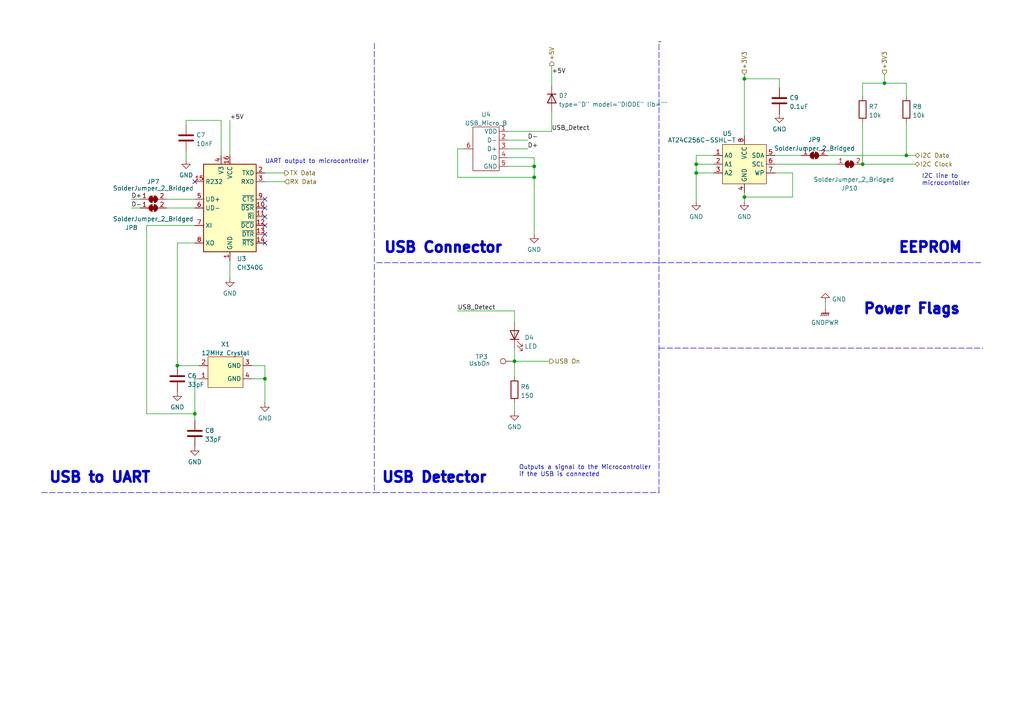
<source format=kicad_sch>
(kicad_sch (version 20211123) (generator eeschema)
  (paper "A4")
  (title_block (title "Microcontroller Interfacing") (date "2022-03-09") (rev "v1.0") (company "University of Cape Town") (comment 1 "Chips used here are EEPROM and FTDI chip (convert between USB connector and UART)") (comment 2 "External Pins connect to STM325f0 Discovery Board") (comment 3 "I2C is being used to connect EEPROM to microcontroller") (comment 4 "Authors: Heather Wimberley"))
  (lib_symbols
    (symbol "Connector:TestPoint" (pin_numbers hide) (pin_names (offset 0.762) hide)
      (property "Reference" "TP" (at 0 6.858 0))
      (property "Value" "TestPoint" (at 0 5.08 0))
      (symbol "TestPoint_0_1"
        (circle (center 0 3.302) (radius 0.762))
      )
      (symbol "TestPoint_1_1"
        (pin passive line (at 0 0 90) (length 2.54) (name "1") (number "1"))
      )
    )
    (symbol "Device:C" (pin_numbers hide) (pin_names (offset 0.254))
      (property "Reference" "C" (at 0.635 2.54 0))
      (property "Value" "C" (at 0.635 -2.54 0))
      (symbol "C_0_1"
        (polyline (pts (xy -2.032 -0.762) (xy 2.032 -0.762)) (stroke (width 0.508)))
        (polyline (pts (xy -2.032 0.762) (xy 2.032 0.762)) (stroke (width 0.508)))
      )
      (symbol "C_1_1"
        (pin passive line (at 0 3.81 270) (length 2.794) (name "~") (number "1"))
        (pin passive line (at 0 -3.81 90) (length 2.794) (name "~") (number "2"))
      )
    )
    (symbol "Device:LED" (pin_numbers hide) (pin_names (offset 1.016) hide)
      (property "Reference" "D" (at 0 2.54 0))
      (property "Value" "LED" (at 0 -2.54 0))
      (symbol "LED_0_1"
        (polyline (pts (xy -1.27 -1.27) (xy -1.27 1.27)) (stroke (width 0.254)))
        (polyline (pts (xy -1.27 0) (xy 1.27 0)))
        (polyline (pts (xy 1.27 -1.27) (xy 1.27 1.27) (xy -1.27 0) (xy 1.27 -1.27)) (stroke (width 0.254)))
        (polyline (pts (xy -3.048 -0.762) (xy -4.572 -2.286) (xy -3.81 -2.286) (xy -4.572 -2.286) (xy -4.572 -1.524)))
        (polyline (pts (xy -1.778 -0.762) (xy -3.302 -2.286) (xy -2.54 -2.286) (xy -3.302 -2.286) (xy -3.302 -1.524)))
      )
      (symbol "LED_1_1"
        (pin passive line (at -3.81 0 0) (length 2.54) (name "K") (number "1"))
        (pin passive line (at 3.81 0 180) (length 2.54) (name "A") (number "2"))
      )
    )
    (symbol "Device:R" (pin_numbers hide) (pin_names (offset 0))
      (property "Reference" "R" (at 2.032 0 90))
      (property "Value" "R" (at 0 0 90))
      (symbol "R_0_1"
        (rectangle (start -1.016 -2.54) (end 1.016 2.54) (stroke (width 0.254)))
      )
      (symbol "R_1_1"
        (pin passive line (at 0 3.81 270) (length 1.27) (name "~") (number "1"))
        (pin passive line (at 0 -3.81 90) (length 1.27) (name "~") (number "2"))
      )
    )
    (symbol "Interface_USB:CH340G"
      (property "Reference" "U" (at -5.08 13.97 0))
      (property "Value" "CH340G" (at 1.27 13.97 0))
      (symbol "CH340G_0_1"
        (rectangle (start -7.62 12.7) (end 7.62 -12.7) (stroke (width 0.254)) (fill (type background)))
      )
      (symbol "CH340G_1_1"
        (pin power_in line (at 0 -15.24 90) (length 2.54) (name "GND") (number "1"))
        (pin input line (at 10.16 0 180) (length 2.54) (name "~{DSR}") (number "10"))
        (pin input line (at 10.16 -2.54 180) (length 2.54) (name "~{RI}") (number "11"))
        (pin input line (at 10.16 -5.08 180) (length 2.54) (name "~{DCD}") (number "12"))
        (pin output line (at 10.16 -7.62 180) (length 2.54) (name "~{DTR}") (number "13"))
        (pin output line (at 10.16 -10.16 180) (length 2.54) (name "~{RTS}") (number "14"))
        (pin input line (at -10.16 7.62 0) (length 2.54) (name "R232") (number "15"))
        (pin power_in line (at 0 15.24 270) (length 2.54) (name "VCC") (number "16"))
        (pin output line (at 10.16 10.16 180) (length 2.54) (name "TXD") (number "2"))
        (pin input line (at 10.16 7.62 180) (length 2.54) (name "RXD") (number "3"))
        (pin passive line (at -2.54 15.24 270) (length 2.54) (name "V3") (number "4"))
        (pin bidirectional line (at -10.16 2.54 0) (length 2.54) (name "UD+") (number "5"))
        (pin bidirectional line (at -10.16 0 0) (length 2.54) (name "UD-") (number "6"))
        (pin input line (at -10.16 -5.08 0) (length 2.54) (name "XI") (number "7"))
        (pin output line (at -10.16 -10.16 0) (length 2.54) (name "XO") (number "8"))
        (pin input line (at 10.16 2.54 180) (length 2.54) (name "~{CTS}") (number "9"))
      )
    )
    (symbol "Jumper:SolderJumper_2_Bridged" (pin_names (offset 0) hide)
      (property "Reference" "JP" (at 0 2.032 0))
      (property "Value" "SolderJumper_2_Bridged" (at 0 -2.54 0))
      (symbol "SolderJumper_2_Bridged_0_1"
        (rectangle (start -0.508 0.508) (end 0.508 -0.508) (fill (type outline)))
        (arc (start -0.254 1.016) (mid -1.27 0) (end -0.254 -1.016))
        (arc (start -0.254 1.016) (mid -1.27 0) (end -0.254 -1.016) (fill (type outline)))
        (polyline (pts (xy -0.254 1.016) (xy -0.254 -1.016)))
        (polyline (pts (xy 0.254 1.016) (xy 0.254 -1.016)))
        (arc (start 0.254 -1.016) (mid 1.27 0) (end 0.254 1.016))
        (arc (start 0.254 -1.016) (mid 1.27 0) (end 0.254 1.016) (fill (type outline)))
      )
      (symbol "SolderJumper_2_Bridged_1_1"
        (pin passive line (at -3.81 0 0) (length 2.54) (name "A") (number "1"))
        (pin passive line (at 3.81 0 180) (length 2.54) (name "B") (number "2"))
      )
    )
    (symbol "Simulation_SPICE:DIODE" (pin_numbers hide) (pin_names (offset 1.016) hide)
      (property "Reference" "D" (at 0 2.54 0))
      (property "Value" "DIODE" (at 0 -2.54 0))
      (symbol "DIODE_0_1"
        (polyline (pts (xy 1.27 0) (xy -1.27 0)))
        (polyline (pts (xy 1.27 1.27) (xy 1.27 -1.27)) (stroke (width 0.254)))
        (polyline (pts (xy -1.27 -1.27) (xy -1.27 1.27) (xy 1.27 0) (xy -1.27 -1.27)) (stroke (width 0.254)))
      )
      (symbol "DIODE_1_1"
        (pin passive line (at -3.81 0 0) (length 2.54) (name "A") (number "1"))
        (pin passive line (at 3.81 0 180) (length 2.54) (name "K") (number "2"))
      )
    )
    (symbol "Symbol_EEE3088F:12MHz_SMD_Crystal"
      (property "Reference" "X" (at 0 6.35 0))
      (property "Value" "12MHz_SMD_Crystal" (at 0 -8.89 0))
      (symbol "12MHz_SMD_Crystal_0_1"
        (rectangle (start -5.08 3.81) (end 5.08 -5.08) (stroke (width 0.1524)) (fill (type background)))
      )
      (symbol "12MHz_SMD_Crystal_1_1"
        (pin input line (at -7.62 -2.54 0) (length 2.54) (name "") (number "1"))
        (pin input line (at -7.62 1.27 0) (length 2.54) (name "") (number "2"))
        (pin input line (at 7.62 1.27 180) (length 2.54) (name "GND") (number "3"))
        (pin input line (at 7.62 -2.54 180) (length 2.54) (name "GND") (number "4"))
      )
    )
    (symbol "Symbol_EEE3088F:AT24C256C-SSHL-T"
      (property "Reference" "U" (at -5.08 -7.62 0))
      (property "Value" "AT24C256C-SSHL-T" (at 12.065 6.985 0))
      (symbol "AT24C256C-SSHL-T_0_1"
        (rectangle (start -6.35 5.715) (end 6.35 -5.715) (stroke (width 0.1524)) (fill (type background)))
      )
      (symbol "AT24C256C-SSHL-T_1_1"
        (pin input line (at -8.89 2.54 0) (length 2.54) (name "A0") (number "1"))
        (pin input line (at -8.89 0 0) (length 2.54) (name "A1") (number "2"))
        (pin input line (at -8.89 -2.54 0) (length 2.54) (name "A2") (number "3"))
        (pin input line (at 0 -8.255 90) (length 2.54) (name "GND") (number "4"))
        (pin input line (at 8.89 2.54 180) (length 2.54) (name "SDA") (number "5"))
        (pin input line (at 8.89 0 180) (length 2.54) (name "SCL") (number "6"))
        (pin input line (at 8.89 -2.54 180) (length 2.54) (name "WP") (number "7"))
        (pin input line (at 0 8.255 270) (length 2.54) (name "VCC") (number "8"))
      )
    )
    (symbol "Symbol_EEE3088F:USB_Micro_B_Female_Connector"
      (property "Reference" "U4" (at 1.27 9.999 0))
      (property "Value" "USB_Micro_B" (at 1.27 7.4621 0))
      (symbol "USB_Micro_B_Female_Connector_0_1"
        (rectangle (start 5.08 6.35) (end -2.54 -6.35) (stroke (width 0.1524)))
      )
      (symbol "USB_Micro_B_Female_Connector_1_1"
        (pin power_out line (at 7.62 5.08 180) (length 2.54) (name "VDD") (number "1"))
        (pin input line (at 7.62 2.54 180) (length 2.54) (name "D-") (number "2"))
        (pin input line (at 7.62 0 180) (length 2.54) (name "D+") (number "3"))
        (pin passive line (at 7.62 -2.54 180) (length 2.54) (name "ID") (number "4"))
        (pin power_out line (at 7.62 -5.08 180) (length 2.54) (name "GND") (number "5"))
        (pin passive line (at -5.08 0 0) (length 2.54) (name "") (number "6"))
      )
    )
    (symbol "power:GND" (power) (pin_names (offset 0))
      (property "Value" "GND" (at 0 -3.81 0))
      (symbol "GND_0_1"
        (polyline (pts (xy 0 0) (xy 0 -1.27) (xy 1.27 -1.27) (xy 0 -2.54) (xy -1.27 -1.27) (xy 0 -1.27)))
      )
      (symbol "GND_1_1"
        (pin power_in line (at 0 0 270) (length 0) hide (name "GND") (number "1"))
      )
    )
    (symbol "power:GNDPWR" (power) (pin_names (offset 0))
      (property "Value" "GNDPWR" (at 0 -3.302 0))
      (symbol "GNDPWR_0_1"
        (polyline (pts (xy 0 -1.27) (xy 0 0)))
        (polyline (pts (xy -1.016 -1.27) (xy -1.27 -2.032) (xy -1.27 -2.032)) (stroke (width 0.2032)))
        (polyline (pts (xy -0.508 -1.27) (xy -0.762 -2.032) (xy -0.762 -2.032)) (stroke (width 0.2032)))
        (polyline (pts (xy 0 -1.27) (xy -0.254 -2.032) (xy -0.254 -2.032)) (stroke (width 0.2032)))
        (polyline (pts (xy 0.508 -1.27) (xy 0.254 -2.032) (xy 0.254 -2.032)) (stroke (width 0.2032)))
        (polyline (pts (xy 1.016 -1.27) (xy -1.016 -1.27) (xy -1.016 -1.27)) (stroke (width 0.2032)))
        (polyline (pts (xy 1.016 -1.27) (xy 0.762 -2.032) (xy 0.762 -2.032) (xy 0.762 -2.032)) (stroke (width 0.2032)))
      )
      (symbol "GNDPWR_1_1"
        (pin power_in line (at 0 0 270) (length 0) hide (name "GNDPWR") (number "1"))
      )
    )
  )
  (junction (at 149.225 104.775))
  (junction (at 201.93 47.625))
  (junction (at 51.435 106.045))
  (junction (at 215.9 22.86))
  (junction (at 76.835 109.855))
  (junction (at 256.54 24.13))
  (junction (at 201.93 50.165))
  (junction (at 56.515 120.015))
  (junction (at 154.94 48.26))
  (junction (at 262.89 45.085))
  (junction (at 154.94 51.435))
  (junction (at 215.9 57.15))
  (junction (at 250.19 47.625))
  (no_connect (at 76.835 57.785))
  (no_connect (at 76.835 70.485))
  (no_connect (at 76.835 67.945))
  (no_connect (at 76.835 65.405))
  (no_connect (at 76.835 62.865))
  (no_connect (at 76.835 60.325))
  (no_connect (at 56.515 52.705))
  (wire (pts (xy 51.435 106.045) (xy 57.785 106.045)))
  (wire (pts (xy 132.715 43.18) (xy 132.715 51.435)))
  (wire (pts (xy 134.62 43.18) (xy 132.715 43.18)))
  (wire (pts (xy 76.835 109.855) (xy 76.835 116.84)))
  (wire (pts (xy 57.785 109.855) (xy 56.515 109.855)))
  (polyline (pts (xy 191.135 76.2) (xy 191.135 12.065)))
  (wire (pts (xy 160.02 19.05) (xy 160.02 24.765)))
  (wire (pts (xy 76.835 50.165) (xy 82.55 50.165)))
  (wire (pts (xy 38.1 60.325) (xy 40.64 60.325)))
  (wire (pts (xy 53.975 34.925) (xy 64.135 34.925)))
  (wire (pts (xy 66.675 75.565) (xy 66.675 80.645)))
  (wire (pts (xy 201.93 45.085) (xy 201.93 47.625)))
  (polyline (pts (xy 191.135 142.875) (xy 191.135 76.2)))
  (wire (pts (xy 48.26 57.785) (xy 56.515 57.785)))
  (polyline (pts (xy 191.135 12.065) (xy 191.77 12.065)))
  (polyline (pts (xy 12.065 142.875) (xy 108.585 142.875)))
  (polyline (pts (xy 108.585 142.24) (xy 108.585 12.065)))
  (wire (pts (xy 224.79 45.085) (xy 232.41 45.085)))
  (wire (pts (xy 250.19 24.13) (xy 250.19 27.94)))
  (wire (pts (xy 201.93 45.085) (xy 207.01 45.085)))
  (wire (pts (xy 147.32 38.1) (xy 160.02 38.1)))
  (wire (pts (xy 42.545 65.405) (xy 42.545 120.015)))
  (wire (pts (xy 149.225 116.84) (xy 149.225 119.38)))
  (wire (pts (xy 256.54 24.13) (xy 262.89 24.13)))
  (wire (pts (xy 201.93 47.625) (xy 201.93 50.165)))
  (wire (pts (xy 256.54 21.59) (xy 256.54 24.13)))
  (wire (pts (xy 76.835 52.705) (xy 82.55 52.705)))
  (wire (pts (xy 224.79 47.625) (xy 242.57 47.625)))
  (wire (pts (xy 132.715 51.435) (xy 154.94 51.435)))
  (wire (pts (xy 226.06 22.86) (xy 226.06 25.4)))
  (wire (pts (xy 56.515 120.015) (xy 42.545 120.015)))
  (wire (pts (xy 201.93 50.165) (xy 201.93 58.42)))
  (wire (pts (xy 51.435 70.485) (xy 51.435 106.045)))
  (wire (pts (xy 262.89 27.94) (xy 262.89 24.13)))
  (wire (pts (xy 201.93 50.165) (xy 207.01 50.165)))
  (wire (pts (xy 147.32 43.18) (xy 153.035 43.18)))
  (wire (pts (xy 215.9 22.86) (xy 226.06 22.86)))
  (wire (pts (xy 38.1 57.785) (xy 40.64 57.785)))
  (wire (pts (xy 53.975 34.925) (xy 53.975 36.195)))
  (wire (pts (xy 51.435 70.485) (xy 56.515 70.485)))
  (wire (pts (xy 66.675 45.085) (xy 66.675 34.925)))
  (wire (pts (xy 215.9 21.59) (xy 215.9 22.86)))
  (wire (pts (xy 76.835 106.045) (xy 76.835 109.855)))
  (wire (pts (xy 73.025 106.045) (xy 76.835 106.045)))
  (wire (pts (xy 154.94 48.26) (xy 154.94 51.435)))
  (wire (pts (xy 262.89 35.56) (xy 262.89 45.085)))
  (wire (pts (xy 149.225 104.775) (xy 159.385 104.775)))
  (wire (pts (xy 147.32 40.64) (xy 153.035 40.64)))
  (polyline (pts (xy 109.22 76.2) (xy 284.48 76.2)))
  (wire (pts (xy 56.515 109.855) (xy 56.515 120.015)))
  (wire (pts (xy 147.32 45.72) (xy 154.94 45.72)))
  (polyline (pts (xy 191.135 100.965) (xy 285.115 100.965)))
  (wire (pts (xy 215.9 55.88) (xy 215.9 57.15)))
  (wire (pts (xy 48.26 60.325) (xy 56.515 60.325)))
  (wire (pts (xy 262.89 45.085) (xy 265.43 45.085)))
  (wire (pts (xy 132.715 90.17) (xy 149.225 90.17)))
  (wire (pts (xy 147.32 48.26) (xy 154.94 48.26)))
  (wire (pts (xy 256.54 24.13) (xy 250.19 24.13)))
  (polyline (pts (xy 108.585 142.875) (xy 191.135 142.875)))
  (wire (pts (xy 149.225 104.775) (xy 149.225 109.22)))
  (wire (pts (xy 149.225 100.965) (xy 149.225 104.775)))
  (wire (pts (xy 64.135 34.925) (xy 64.135 45.085)))
  (wire (pts (xy 240.03 45.085) (xy 262.89 45.085)))
  (wire (pts (xy 229.87 57.15) (xy 215.9 57.15)))
  (wire (pts (xy 149.225 90.17) (xy 149.225 93.345)))
  (wire (pts (xy 76.835 109.855) (xy 73.025 109.855)))
  (wire (pts (xy 215.9 57.15) (xy 215.9 58.42)))
  (wire (pts (xy 42.545 65.405) (xy 56.515 65.405)))
  (wire (pts (xy 154.94 45.72) (xy 154.94 48.26)))
  (wire (pts (xy 250.19 35.56) (xy 250.19 47.625)))
  (wire (pts (xy 215.9 22.86) (xy 215.9 39.37)))
  (wire (pts (xy 224.79 50.165) (xy 229.87 50.165)))
  (wire (pts (xy 229.87 50.165) (xy 229.87 57.15)))
  (wire (pts (xy 154.94 51.435) (xy 154.94 67.945)))
  (wire (pts (xy 53.975 43.815) (xy 53.975 46.355)))
  (wire (pts (xy 160.02 32.385) (xy 160.02 38.1)))
  (wire (pts (xy 239.395 87.63) (xy 239.395 89.535)))
  (wire (pts (xy 201.93 47.625) (xy 207.01 47.625)))
  (wire (pts (xy 56.515 120.015) (xy 56.515 121.92)))
  (wire (pts (xy 250.19 47.625) (xy 265.43 47.625)))
  (text "USB Detector\n" (at 110.49 140.335 0) (effects (font (size 3 3) (thickness 0.8) bold) (justify left bottom)))
  (text "EEPROM" (at 260.35 73.66 0) (effects (font (size 3 3) (thickness 0.8) bold) (justify left bottom)))
  (text "USB to UART" (at 13.97 140.335 0) (effects (font (size 3 3) (thickness 0.8) bold) (justify left bottom)))
  (text "UART output to microcontroller" (at 76.835 47.625 0) (effects (font (size 1.27 1.27)) (justify left bottom)))
  (text "Power Flags" (at 250.19 91.44 0) (effects (font (size 3 3) (thickness 0.8) bold) (justify left bottom)))
  (text "I2C line to \nmicrocontoller" (at 267.335 53.975 0) (effects (font (size 1.27 1.27)) (justify left bottom)))
  (text "USB Connector\n" (at 111.125 73.66 0) (effects (font (size 3 3) (thickness 0.8) bold) (justify left bottom)))
  (text "Outputs a signal to the Microcontroller \nif the USB is connected" (at 150.495 138.43 0) (effects (font (size 1.27 1.27)) (justify left bottom)))
  (label "+5V" (at 66.675 34.925 0))
  (label "USB_Detect" (at 132.715 90.17 0))
  (label "D-" (at 153.035 40.64 0))
  (label "D-" (at 38.1 60.325 0))
  (label "D+" (at 153.035 43.18 0))
  (label "+5V" (at 160.02 21.59 0))
  (label "D+" (at 38.1 57.785 0))
  (label "USB_Detect" (at 160.02 38.1 0))
  (hierarchical_label "I2C Clock" (shape bidirectional) (at 265.43 47.625 0))
  (hierarchical_label "I2C Data" (shape bidirectional) (at 265.43 45.085 0))
  (hierarchical_label "USB On" (shape output) (at 159.385 104.775 0))
  (hierarchical_label "+5V" (shape output) (at 160.02 19.05 90))
  (hierarchical_label "RX Data" (shape input) (at 82.55 52.705 0))
  (hierarchical_label "+3V3" (shape input) (at 215.9 21.59 90))
  (hierarchical_label "+3V3" (shape input) (at 256.54 21.59 90))
  (hierarchical_label "TX Data" (shape output) (at 82.55 50.165 0))
  (symbol (lib_id "power:GND") (at 215.9 58.42 0) (unit 1)
    (property "Reference" "#PWR030" (effects hide))
    (property "Value" "GND" (at 215.9 62.8634 0))
  )
  (symbol (lib_id "power:GND") (at 56.515 129.54 0) (unit 1)
    (property "Reference" "#PWR023" (effects hide))
    (property "Value" "GND" (at 56.515 133.9834 0))
  )
  (symbol (lib_id "Device:C") (at 51.435 109.855 0) (unit 1)
    (property "Reference" "C6" (at 54.356 109.0203 0) (effects (justify left)))
    (property "Value" "33pF" (at 54.356 111.5572 0) (effects (justify left)))
    (property "Footprint" "Capacitor_SMD:C_0402_1005Metric" (effects hide))
    (property "JLC Part #" "C1562" (effects hide))
    (property "Price" "0.0012" (effects hide))
    (property "Extended/Basic" "B" (effects hide))
  )
  (symbol (lib_id "Jumper:SolderJumper_2_Bridged") (at 44.45 60.325 0) (unit 1)
    (property "Reference" "JP8" (at 38.1 66.04 0))
    (property "Value" "SolderJumper_2_Bridged" (at 44.45 63.5 0))
    (property "Footprint" "Jumper:SolderJumper-2_P1.3mm_Bridged2Bar_Pad1.0x1.5mm" (effects hide))
  )
  (symbol (lib_id "Symbol_EEE3088F:USB_Micro_B_Female_Connector") (at 139.7 43.18 0) (unit 1)
    (property "Reference" "U4" (at 140.97 33.181 0))
    (property "Value" "USB_Micro_B" (at 140.97 35.7179 0))
    (property "Footprint" "Footprint_EEE3088F:C404969_Micro_USB" (effects hide))
    (property "Populate" "P" (effects hide))
    (property "JLC Part #" "C404969" (effects hide))
    (property "Price" "0.0491" (effects hide))
    (property "Extended/Basic" "E" (effects hide))
  )
  (symbol (lib_id "Connector:TestPoint") (at 149.225 104.775 90) (unit 1)
    (property "Reference" "TP3" (at 139.7 103.505 90))
    (property "Value" "UsbOn" (at 139.065 105.41 90))
    (property "Footprint" "TestPoint:TestPoint_Pad_D1.0mm" (effects hide))
  )
  (symbol (lib_id "Device:C") (at 226.06 29.21 0) (unit 1)
    (property "Reference" "C9" (at 228.981 28.3753 0) (effects (justify left)))
    (property "Value" "0.1uF" (at 228.981 30.9122 0) (effects (justify left)))
    (property "Footprint" "Capacitor_SMD:C_0402_1005Metric" (effects hide))
    (property "JLC Part #" "C1525" (effects hide))
    (property "Price" "0.0011" (effects hide))
    (property "Extended/Basic" "B" (effects hide))
  )
  (symbol (lib_id "power:GND") (at 226.06 33.02 0) (unit 1)
    (property "Reference" "#PWR031" (effects hide))
    (property "Value" "GND" (at 226.06 37.4634 0))
  )
  (symbol (lib_id "Symbol_EEE3088F:AT24C256C-SSHL-T") (at 215.9 47.625 0) (unit 1)
    (property "Reference" "U5" (at 209.55 38.735 0) (effects (justify left)))
    (property "Value" "AT24C256C-SSHL-T" (at 193.675 40.64 0) (effects (justify left)))
    (property "Footprint" "Footprint_EEE3088F:SOIC-8_L4.9-W3.9-P1.27-LS6.0-BL" (effects hide))
    (property "Populate" "P" (effects hide))
    (property "JLC Part #" "C6482" (effects hide))
    (property "Price" "1.5556" (effects hide))
    (property "Extended/Basic" "B" (effects hide))
  )
  (symbol (lib_id "Symbol_EEE3088F:12MHz_SMD_Crystal") (at 65.405 107.315 0) (unit 1)
    (property "Reference" "X1" (at 65.405 99.856 0))
    (property "Value" "12MHz Crystal" (at 65.405 102.3929 0))
    (property "Footprint" "Footprint_EEE3088F:OSC-SMD_4P-L3.2-W2.5-BL" (effects hide))
    (property "Populate" "P" (effects hide))
    (property "JLC Part #" "C9002" (effects hide))
    (property "Price" "0.1054" (effects hide))
    (property "Extended/Basic" "B" (effects hide))
  )
  (symbol (lib_id "Jumper:SolderJumper_2_Bridged") (at 44.45 57.785 0) (unit 1)
    (property "Reference" "JP7" (at 44.45 52.705 0))
    (property "Value" "SolderJumper_2_Bridged" (at 44.45 54.61 0))
    (property "Footprint" "Jumper:SolderJumper-2_P1.3mm_Bridged2Bar_Pad1.0x1.5mm" (effects hide))
  )
  (symbol (lib_id "Device:R") (at 262.89 31.75 0) (unit 1)
    (property "Reference" "R8" (at 264.668 30.9153 0) (effects (justify left)))
    (property "Value" "10k" (at 264.668 33.4522 0) (effects (justify left)))
    (property "Footprint" "Resistor_SMD:R_0402_1005Metric" (effects hide))
    (property "JLC Part #" "C25744" (effects hide))
    (property "Price" "0.0007" (effects hide))
    (property "Extended/Basic" "B" (effects hide))
  )
  (symbol (lib_id "Device:R") (at 250.19 31.75 0) (unit 1)
    (property "Reference" "R7" (at 251.968 30.9153 0) (effects (justify left)))
    (property "Value" "10k" (at 251.968 33.4522 0) (effects (justify left)))
    (property "Footprint" "Resistor_SMD:R_0402_1005Metric" (effects hide))
    (property "JLC Part #" "C25744" (effects hide))
    (property "Price" "0.0007" (effects hide))
    (property "Extended/Basic" "B" (effects hide))
  )
  (symbol (lib_id "power:GND") (at 76.835 116.84 0) (unit 1)
    (property "Reference" "#PWR025" (effects hide))
    (property "Value" "GND" (at 76.835 121.2834 0))
  )
  (symbol (lib_id "Device:C") (at 53.975 40.005 0) (unit 1)
    (property "Reference" "C7" (at 56.896 39.1703 0) (effects (justify left)))
    (property "Value" "10nF" (at 56.896 41.7072 0) (effects (justify left)))
    (property "Footprint" "Capacitor_SMD:C_0402_1005Metric" (effects hide))
    (property "JLC Part #" "C15195" (effects hide))
    (property "Price" "0.0011" (effects hide))
    (property "Extended/Basic" "B" (effects hide))
  )
  (symbol (lib_id "power:GND") (at 66.675 80.645 0) (unit 1)
    (property "Reference" "#PWR024" (effects hide))
    (property "Value" "GND" (at 66.675 85.0884 0))
  )
  (symbol (lib_id "Device:R") (at 149.225 113.03 0) (unit 1)
    (property "Reference" "R6" (at 151.003 112.1953 0) (effects (justify left)))
    (property "Value" "150" (at 151.003 114.7322 0) (effects (justify left)))
    (property "Footprint" "Resistor_SMD:R_0402_1005Metric" (effects hide))
    (property "JLC Part #" "C25082" (effects hide))
    (property "Price" "0.0007" (effects hide))
    (property "Extended/Basic" "B" (effects hide))
  )
  (symbol (lib_id "power:GNDPWR") (at 239.395 89.535 0) (unit 1)
    (property "Reference" "#PWR033" (effects hide))
    (property "Value" "GNDPWR" (at 239.268 93.572 0))
  )
  (symbol (lib_id "power:GND") (at 154.94 67.945 0) (unit 1)
    (property "Reference" "#PWR027" (effects hide))
    (property "Value" "GND" (at 154.94 72.3884 0))
  )
  (symbol (lib_id "power:GND") (at 53.975 46.355 0) (unit 1)
    (property "Reference" "#PWR022" (effects hide))
    (property "Value" "GND" (at 53.975 50.7984 0))
  )
  (symbol (lib_id "power:GND") (at 239.395 87.63 180) (unit 1)
    (property "Reference" "#PWR032" (effects hide))
    (property "Value" "GND" (at 241.3 86.7938 0) (effects (justify right)))
  )
  (symbol (lib_id "power:GND") (at 51.435 113.665 0) (unit 1)
    (property "Reference" "#PWR021" (effects hide))
    (property "Value" "GND" (at 51.435 118.1084 0))
  )
  (symbol (lib_id "Simulation_SPICE:DIODE") (at 160.02 28.575 90) (unit 1)
    (property "Reference" "D?" (at 162.052 27.7403 90) (effects (justify right)))
    (property "Value" "DIODE" (at 162.052 30.2772 90) (effects (justify right)))
    (property "Footprint" "Footprint_EEE3088F:DO-214AC_L4.3-W2.7-LS5.3-RD" (effects hide))
    (property "Spice_Netlist_Enabled" "Y" (effects hide))
    (property "Spice_Primitive" "D" (effects hide))
    (property "JLC Part #" "C95872" (effects hide))
    (property "Price" "0.0089" (effects hide))
  )
  (symbol (lib_id "Device:C") (at 56.515 125.73 0) (unit 1)
    (property "Reference" "C8" (at 59.436 124.8953 0) (effects (justify left)))
    (property "Value" "33pF" (at 59.436 127.4322 0) (effects (justify left)))
    (property "Footprint" "Capacitor_SMD:C_0402_1005Metric" (effects hide))
    (property "JLC Part #" "C1562" (effects hide))
    (property "Price" "0.0012" (effects hide))
    (property "Extended/Basic" "B" (effects hide))
  )
  (symbol (lib_id "Interface_USB:CH340G") (at 66.675 60.325 0) (unit 1)
    (property "Reference" "U3" (at 68.6944 75.0554 0) (effects (justify left)))
    (property "Value" "CH340G" (at 68.6944 77.5923 0) (effects (justify left)))
    (property "Footprint" "Package_SO:SOIC-16_3.9x9.9mm_P1.27mm" (effects hide))
    (property "Datasheet" "http://www.datasheet5.com/pdf-local-2195953" (effects hide))
    (property "Populate" "P" (effects hide))
    (property "JLC Part #" "C14267" (effects hide))
    (property "Price" "$0.5838" (effects hide))
    (property "Extended/Basic" "E" (effects hide))
  )
  (symbol (lib_id "Jumper:SolderJumper_2_Bridged") (at 246.38 47.625 0) (unit 1)
    (property "Reference" "JP10" (at 246.38 54.61 0))
    (property "Value" "SolderJumper_2_Bridged" (at 247.65 52.07 0))
    (property "Footprint" "Jumper:SolderJumper-2_P1.3mm_Bridged2Bar_Pad1.0x1.5mm" (effects hide))
  )
  (symbol (lib_id "power:GND") (at 149.225 119.38 0) (unit 1)
    (property "Reference" "#PWR026" (effects hide))
    (property "Value" "GND" (at 149.225 123.8234 0))
  )
  (symbol (lib_id "Jumper:SolderJumper_2_Bridged") (at 236.22 45.085 0) (unit 1)
    (property "Reference" "JP9" (at 236.22 40.4962 0))
    (property "Value" "SolderJumper_2_Bridged" (at 236.22 43.0331 0))
    (property "Footprint" "Jumper:SolderJumper-2_P1.3mm_Bridged2Bar_Pad1.0x1.5mm" (effects hide))
  )
  (symbol (lib_id "power:GND") (at 201.93 58.42 0) (unit 1)
    (property "Reference" "#PWR029" (effects hide))
    (property "Value" "GND" (at 201.93 62.8634 0))
  )
  (symbol (lib_id "Device:LED") (at 149.225 97.155 90) (unit 1)
    (property "Reference" "D4" (at 152.146 97.9078 90) (effects (justify right)))
    (property "Value" "LED" (at 152.146 100.4447 90) (effects (justify right)))
    (property "Footprint" "LED_SMD:LED_0603_1608Metric" (effects hide))
    (property "JLC Part #" "C2286" (effects hide))
    (property "Price" "0.0032" (effects hide))
    (property "Extended/Basic" "B" (effects hide))
  )
)
</source>
